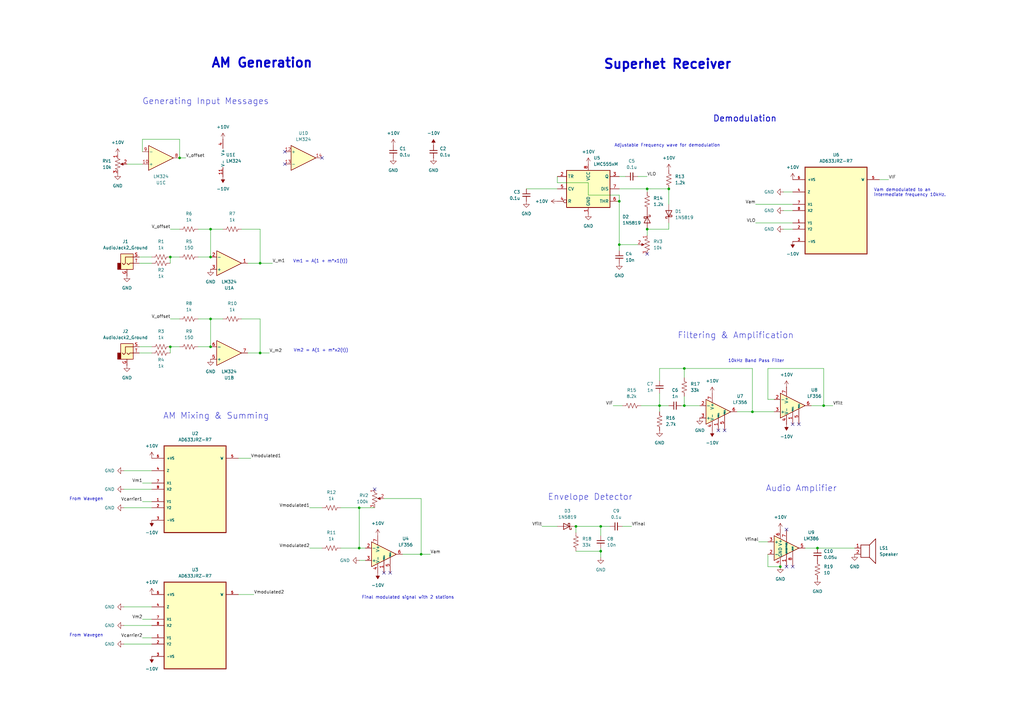
<source format=kicad_sch>
(kicad_sch (version 20250114) (generator "eeschema") (generator_version "9.0")
  (paper "A3")
  (lib_symbols
    (symbol "AD633JRZ-R7:AD633JRZ-R7" (pin_names (offset 1.016))
      (property "Reference" "U" (at -4.7332 16.948 0))
      (property "Value" "AD633JRZ-R7" (at -5.8263 -23.3814 0))
      (symbol "AD633JRZ-R7_0_0"
        (rectangle (start -12.7 -20.32) (end 12.7 15.24) (stroke (width 0.4064)) (fill (type background)))
        (pin power_in line (at -17.78 10.16 0) (length 5.08) (name "+VS") (number "6"))
        (pin passive line (at -17.78 5.08 0) (length 5.08) (name "Z") (number "4"))
        (pin passive line (at -17.78 0 0) (length 5.08) (name "X1") (number "7"))
        (pin passive line (at -17.78 -2.54 0) (length 5.08) (name "X2") (number "8"))
        (pin passive line (at -17.78 -7.62 0) (length 5.08) (name "Y1") (number "1"))
        (pin passive line (at -17.78 -10.16 0) (length 5.08) (name "Y2") (number "2"))
        (pin power_in line (at -17.78 -15.24 0) (length 5.08) (name "-VS") (number "3"))
        (pin passive line (at 17.78 10.16 180) (length 5.08) (name "W") (number "5"))
      )
    )
    (symbol "Amplifier_Audio:LM386" (pin_names (offset 0.127))
      (property "Reference" "U" (at 1.27 7.62 0))
      (property "Value" "LM386" (at 1.27 5.08 0))
      (symbol "LM386_0_1"
        (polyline (pts (xy 5.08 0) (xy -5.08 5.08) (xy -5.08 -5.08) (xy 5.08 0)) (stroke (width 0.254)) (fill (type background)))
      )
      (symbol "LM386_1_1"
        (pin input line (at -7.62 2.54 0) (length 2.54) (name "+") (number "3"))
        (pin input line (at -7.62 -2.54 0) (length 2.54) (name "-") (number "2"))
        (pin power_in line (at -2.54 7.62 270) (length 3.81) (name "V+") (number "6"))
        (pin power_in line (at -2.54 -7.62 90) (length 3.81) (name "GND") (number "4"))
        (pin input line (at 0 7.62 270) (length 5.08) (name "BYPASS") (number "7"))
        (pin input line (at 0 -7.62 90) (length 5.08) (name "GAIN") (number "1"))
        (pin input line (at 2.54 -7.62 90) (length 6.35) (name "GAIN") (number "8"))
        (pin output line (at 7.62 0 180) (length 2.54) (name "~") (number "5"))
      )
    )
    (symbol "Amplifier_Operational:LF356" (pin_names (offset 0.127))
      (property "Reference" "U4" (at 8.89 6.4202 0))
      (property "Value" "LF356" (at 8.89 3.8802 0))
      (symbol "LF356_0_1"
        (polyline (pts (xy -5.08 5.08) (xy 5.08 0) (xy -5.08 -5.08) (xy -5.08 5.08)) (stroke (width 0.254)) (fill (type background)))
      )
      (symbol "LF356_1_1"
        (pin input line (at -7.62 2.54 0) (length 2.54) (name "-") (number "2"))
        (pin input line (at -7.62 -2.54 0) (length 2.54) (name "+") (number "3"))
        (pin power_in line (at -2.54 7.62 270) (length 3.81) (name "V+") (number "7"))
        (pin power_in line (at -2.54 -7.62 90) (length 3.81) (name "V-") (number "4"))
        (pin no_connect line (at 0 2.54 270) (length 2.54) (hide yes) (name "NC") (number "8"))
        (pin input line (at 0 -7.62 90) (length 5.08) (name "NULL") (number "1"))
        (pin input line (at 2.54 -7.62 90) (length 6.35) (name "NULL") (number "5"))
        (pin output line (at 7.62 0 180) (length 2.54) (name "~") (number "6"))
      )
    )
    (symbol "Amplifier_Operational:LM324" (pin_names (offset 0.127))
      (property "Reference" "U" (at 0 5.08 0))
      (property "Value" "LM324" (at 0 -5.08 0))
      (symbol "LM324_1_1"
        (polyline (pts (xy -5.08 5.08) (xy 5.08 0) (xy -5.08 -5.08) (xy -5.08 5.08)) (stroke (width 0.254)) (fill (type background)))
        (pin input line (at -7.62 2.54 0) (length 2.54) (name "+") (number "3"))
        (pin input line (at -7.62 -2.54 0) (length 2.54) (name "-") (number "2"))
        (pin output line (at 7.62 0 180) (length 2.54) (name "~") (number "1"))
      )
      (symbol "LM324_2_1"
        (polyline (pts (xy -5.08 5.08) (xy 5.08 0) (xy -5.08 -5.08) (xy -5.08 5.08)) (stroke (width 0.254)) (fill (type background)))
        (pin input line (at -7.62 2.54 0) (length 2.54) (name "+") (number "5"))
        (pin input line (at -7.62 -2.54 0) (length 2.54) (name "-") (number "6"))
        (pin output line (at 7.62 0 180) (length 2.54) (name "~") (number "7"))
      )
      (symbol "LM324_3_1"
        (polyline (pts (xy -5.08 5.08) (xy 5.08 0) (xy -5.08 -5.08) (xy -5.08 5.08)) (stroke (width 0.254)) (fill (type background)))
        (pin input line (at -7.62 2.54 0) (length 2.54) (name "+") (number "10"))
        (pin input line (at -7.62 -2.54 0) (length 2.54) (name "-") (number "9"))
        (pin output line (at 7.62 0 180) (length 2.54) (name "~") (number "8"))
      )
      (symbol "LM324_4_1"
        (polyline (pts (xy -5.08 5.08) (xy 5.08 0) (xy -5.08 -5.08) (xy -5.08 5.08)) (stroke (width 0.254)) (fill (type background)))
        (pin input line (at -7.62 2.54 0) (length 2.54) (name "+") (number "12"))
        (pin input line (at -7.62 -2.54 0) (length 2.54) (name "-") (number "13"))
        (pin output line (at 7.62 0 180) (length 2.54) (name "~") (number "14"))
      )
      (symbol "LM324_5_1"
        (pin power_in line (at -2.54 7.62 270) (length 3.81) (name "V+") (number "4"))
        (pin power_in line (at -2.54 -7.62 90) (length 3.81) (name "V-") (number "11"))
      )
    )
    (symbol "Connector_Audio:AudioJack2_Ground"
      (property "Reference" "J" (at 0 8.89 0))
      (property "Value" "AudioJack2_Ground" (at 0 6.35 0))
      (symbol "AudioJack2_Ground_0_1"
        (rectangle (start -2.54 -2.54) (end -3.81 0) (stroke (width 0.254)) (fill (type outline)))
        (polyline (pts (xy 0 0) (xy 0.635 -0.635) (xy 1.27 0) (xy 2.54 0)) (stroke (width 0.254)))
        (rectangle (start 2.54 3.81) (end -2.54 -2.54) (stroke (width 0.254)) (fill (type background)))
        (polyline (pts (xy 2.54 2.54) (xy -0.635 2.54) (xy -0.635 0) (xy -1.27 -0.635) (xy -1.905 0)) (stroke (width 0.254)))
      )
      (symbol "AudioJack2_Ground_1_1"
        (pin passive line (at 0 -5.08 90) (length 2.54) (name "~") (number "G"))
        (pin passive line (at 5.08 2.54 180) (length 2.54) (name "~") (number "S"))
        (pin passive line (at 5.08 0 180) (length 2.54) (name "~") (number "T"))
      )
    )
    (symbol "Device:C_Small" (pin_numbers (hide yes)) (pin_names (offset 0.254) (hide yes))
      (property "Reference" "C" (at 0.254 1.778 0))
      (property "Value" "C_Small" (at 0.254 -2.032 0))
      (symbol "C_Small_0_1"
        (polyline (pts (xy -1.524 0.508) (xy 1.524 0.508)) (stroke (width 0.3048)))
        (polyline (pts (xy -1.524 -0.508) (xy 1.524 -0.508)) (stroke (width 0.3302)))
      )
      (symbol "C_Small_1_1"
        (pin passive line (at 0 2.54 270) (length 2.032) (name "~") (number "1"))
        (pin passive line (at 0 -2.54 90) (length 2.032) (name "~") (number "2"))
      )
    )
    (symbol "Device:R_Potentiometer_US" (pin_names (offset 1.016) (hide yes))
      (property "Reference" "RV" (at -4.445 0 90))
      (property "Value" "R_Potentiometer_US" (at -2.54 0 90))
      (symbol "R_Potentiometer_US_0_1"
        (polyline (pts (xy 0 2.54) (xy 0 2.286)))
        (polyline (pts (xy 0 2.286) (xy 1.016 1.905) (xy 0 1.524) (xy -1.016 1.143) (xy 0 0.762)))
        (polyline (pts (xy 0 0.762) (xy 1.016 0.381) (xy 0 0) (xy -1.016 -0.381) (xy 0 -0.762)))
        (polyline (pts (xy 0 -0.762) (xy 1.016 -1.143) (xy 0 -1.524) (xy -1.016 -1.905) (xy 0 -2.286)))
        (polyline (pts (xy 0 -2.286) (xy 0 -2.54)))
        (polyline (pts (xy 1.143 0) (xy 2.286 0.508) (xy 2.286 -0.508) (xy 1.143 0)) (fill (type outline)))
        (polyline (pts (xy 2.54 0) (xy 1.524 0)))
      )
      (symbol "R_Potentiometer_US_1_1"
        (pin passive line (at 0 3.81 270) (length 1.27) (name "1") (number "1"))
        (pin passive line (at 0 -3.81 90) (length 1.27) (name "3") (number "3"))
        (pin passive line (at 3.81 0 180) (length 1.27) (name "2") (number "2"))
      )
    )
    (symbol "Device:R_US" (pin_numbers (hide yes)) (pin_names (offset 0))
      (property "Reference" "R" (at 2.54 0 90))
      (property "Value" "R_US" (at -2.54 0 90))
      (symbol "R_US_0_1"
        (polyline (pts (xy 0 2.286) (xy 0 2.54)))
        (polyline (pts (xy 0 2.286) (xy 1.016 1.905) (xy 0 1.524) (xy -1.016 1.143) (xy 0 0.762)))
        (polyline (pts (xy 0 0.762) (xy 1.016 0.381) (xy 0 0) (xy -1.016 -0.381) (xy 0 -0.762)))
        (polyline (pts (xy 0 -0.762) (xy 1.016 -1.143) (xy 0 -1.524) (xy -1.016 -1.905) (xy 0 -2.286)))
        (polyline (pts (xy 0 -2.286) (xy 0 -2.54)))
      )
      (symbol "R_US_1_1"
        (pin passive line (at 0 3.81 270) (length 1.27) (name "~") (number "1"))
        (pin passive line (at 0 -3.81 90) (length 1.27) (name "~") (number "2"))
      )
    )
    (symbol "Device:Speaker" (pin_names (offset 0) (hide yes))
      (property "Reference" "LS" (at 1.27 5.715 0))
      (property "Value" "Speaker" (at 1.27 3.81 0))
      (symbol "Speaker_0_0"
        (rectangle (start -2.54 1.27) (end 1.016 -3.81) (stroke (width 0.254)))
        (polyline (pts (xy 1.016 1.27) (xy 3.556 3.81) (xy 3.556 -6.35) (xy 1.016 -3.81)) (stroke (width 0.254)))
      )
      (symbol "Speaker_1_1"
        (pin input line (at -5.08 0 0) (length 2.54) (name "1") (number "1"))
        (pin input line (at -5.08 -2.54 0) (length 2.54) (name "2") (number "2"))
      )
    )
    (symbol "Diode:1N5819" (pin_numbers (hide yes)) (pin_names (offset 1.016) (hide yes))
      (property "Reference" "D" (at 0 2.54 0))
      (property "Value" "1N5819" (at 0 -2.54 0))
      (symbol "1N5819_0_1"
        (polyline (pts (xy -1.905 0.635) (xy -1.905 1.27) (xy -1.27 1.27) (xy -1.27 -1.27) (xy -0.635 -1.27) (xy -0.635 -0.635)) (stroke (width 0.254)))
        (polyline (pts (xy 1.27 1.27) (xy 1.27 -1.27) (xy -1.27 0) (xy 1.27 1.27)) (stroke (width 0.254)))
        (polyline (pts (xy 1.27 0) (xy -1.27 0)))
      )
      (symbol "1N5819_1_1"
        (pin passive line (at -3.81 0 0) (length 2.54) (name "K") (number "1"))
        (pin passive line (at 3.81 0 180) (length 2.54) (name "A") (number "2"))
      )
    )
    (symbol "Timer:LMC555xM"
      (property "Reference" "U" (at -10.16 8.89 0))
      (property "Value" "LMC555xM" (at 2.54 8.89 0))
      (symbol "LMC555xM_0_0"
        (pin power_in line (at 0 10.16 270) (length 2.54) (name "VCC") (number "8"))
        (pin power_in line (at 0 -10.16 90) (length 2.54) (name "GND") (number "1"))
      )
      (symbol "LMC555xM_0_1"
        (rectangle (start -8.89 -7.62) (end 8.89 7.62) (stroke (width 0.254)) (fill (type background)))
        (rectangle (start -8.89 -7.62) (end 8.89 7.62) (stroke (width 0.254)) (fill (type background)))
      )
      (symbol "LMC555xM_1_1"
        (pin input line (at -12.7 5.08 0) (length 3.81) (name "TR") (number "2"))
        (pin input line (at -12.7 0 0) (length 3.81) (name "CV") (number "5"))
        (pin input inverted (at -12.7 -5.08 0) (length 3.81) (name "R") (number "4"))
        (pin output line (at 12.7 5.08 180) (length 3.81) (name "Q") (number "3"))
        (pin input line (at 12.7 0 180) (length 3.81) (name "DIS") (number "7"))
        (pin input line (at 12.7 -5.08 180) (length 3.81) (name "THR") (number "6"))
      )
    )
    (symbol "power:+10V" (power) (pin_numbers (hide yes)) (pin_names (offset 0) (hide yes))
      (property "Value" "+10V" (at 0 3.556 0))
      (symbol "+10V_0_1"
        (polyline (pts (xy -0.762 1.27) (xy 0 2.54)))
        (polyline (pts (xy 0 2.54) (xy 0.762 1.27)))
        (polyline (pts (xy 0 0) (xy 0 2.54)))
      )
      (symbol "+10V_1_1"
        (pin power_in line (at 0 0 90) (length 0) (name "~") (number "1"))
      )
    )
    (symbol "power:-10V" (power) (pin_numbers (hide yes)) (pin_names (offset 0) (hide yes))
      (property "Value" "-10V" (at 0 3.556 0))
      (symbol "-10V_0_0"
        (pin power_in line (at 0 0 90) (length 0) (name "~") (number "1"))
      )
      (symbol "-10V_0_1"
        (polyline (pts (xy 0 0) (xy 0 1.27) (xy 0.762 1.27) (xy 0 2.54) (xy -0.762 1.27) (xy 0 1.27)) (fill (type outline)))
      )
    )
    (symbol "power:GND" (power) (pin_numbers (hide yes)) (pin_names (offset 0) (hide yes))
      (property "Value" "GND" (at 0 -3.81 0))
      (symbol "GND_0_1"
        (polyline (pts (xy 0 0) (xy 0 -1.27) (xy 1.27 -1.27) (xy 0 -2.54) (xy -1.27 -1.27) (xy 0 -1.27)))
      )
      (symbol "GND_1_1"
        (pin power_in line (at 0 0 270) (length 0) (name "~") (number "1"))
      )
    )
  )
  (text "Vm2 = A(1 + m*x2(t))" (at 120.396 143.764 0) (effects (font (size 1.27 1.27)) (justify left)))
  (text "Adjustable Frequency wave for demodulation" (at 251.968 59.69 0) (effects (font (size 1.27 1.27)) (justify left)))
  (text "Generating Input Messages" (at 84.328 41.656 0) (effects (font (size 2.54 2.54))))
  (text "Filtering & Amplification" (at 277.876 137.668 0) (effects (font (size 2.54 2.54)) (justify left)))
  (text "From Wavegen" (at 28.448 204.724 0) (effects (font (size 1.27 1.27)) (justify left)))
  (text "From Wavegen" (at 28.448 260.604 0) (effects (font (size 1.27 1.27)) (justify left)))
  (text "Audio Amplifier" (at 328.676 200.406 0) (effects (font (size 2.54 2.54))))
  (text "Superhet Receiver" (at 273.812 26.416 0) (effects (font (size 3.81 3.81) (thickness 0.762) (bold yes))))
  (text "AM Mixing & Summing" (at 88.646 170.688 0) (effects (font (size 2.54 2.54))))
  (text "Vm1 = A(1 + m*x1(t))" (at 120.142 107.188 0) (effects (font (size 1.27 1.27)) (justify left)))
  (text "Final modulated signal with 2 stations" (at 148.336 245.11 0) (effects (font (size 1.27 1.27)) (justify left)))
  (text "AM Generation" (at 107.442 25.908 0) (effects (font (size 3.81 3.81) (thickness 0.762) (bold yes))))
  (text "Demodulation" (at 292.354 48.768 0) (effects (font (size 2.54 2.54) (thickness 0.3175)) (justify left)))
  (text "Envelope Detector" (at 242.062 203.962 0) (effects (font (size 2.54 2.54))))
  (text "10kHz Band Pass Filter" (at 310.134 148.082 0) (effects (font (size 1.27 1.27))))
  (text "Vam demodulated to an \nintermediate frequency 10kHz." (at 358.394 78.994 0) (effects (font (size 1.27 1.27)) (justify left)))
  (junction (at 265.43 93.98))
  (junction (at 335.28 224.79))
  (junction (at 86.36 130.81))
  (junction (at 106.68 107.95))
  (junction (at 86.36 93.98))
  (junction (at 280.67 151.13))
  (junction (at 147.32 208.28))
  (junction (at 69.85 105.41))
  (junction (at 86.36 142.24))
  (junction (at 86.36 105.41))
  (junction (at 320.04 232.41))
  (junction (at 172.72 227.33))
  (junction (at 246.38 226.06))
  (junction (at 69.85 142.24))
  (junction (at 236.22 215.9))
  (junction (at 337.82 166.37))
  (junction (at 274.32 77.47))
  (junction (at 246.38 215.9))
  (junction (at 73.66 64.77))
  (junction (at 106.68 144.78))
  (junction (at 280.67 166.37))
  (junction (at 147.32 224.79))
  (junction (at 254 82.55))
  (junction (at 308.61 168.91))
  (junction (at 270.51 166.37))
  (junction (at 254 100.33))
  (junction (at 265.43 77.47))
  (no_connect (at 297.18 176.53))
  (no_connect (at 116.84 67.31))
  (no_connect (at 325.12 232.41))
  (no_connect (at 265.43 104.14))
  (no_connect (at 153.67 200.66))
  (no_connect (at 294.64 176.53))
  (no_connect (at 132.08 64.77))
  (no_connect (at 116.84 62.23))
  (no_connect (at 322.58 232.41))
  (no_connect (at 160.02 234.95))
  (no_connect (at 327.66 173.99))
  (no_connect (at 325.12 173.99))
  (no_connect (at 157.48 234.95))
  (no_connect (at 322.58 217.17))
  (wire (pts (xy 106.68 107.95) (xy 111.76 107.95)))
  (wire (pts (xy 280.67 166.37) (xy 287.02 166.37)))
  (wire (pts (xy 102.87 187.96) (xy 97.79 187.96)))
  (wire (pts (xy 73.66 64.77) (xy 76.2 64.77)))
  (wire (pts (xy 251.46 166.37) (xy 255.27 166.37)))
  (wire (pts (xy 86.36 93.98) (xy 86.36 105.41)))
  (wire (pts (xy 265.43 93.98) (xy 265.43 96.52)))
  (wire (pts (xy 317.5 163.83) (xy 314.96 163.83)))
  (wire (pts (xy 81.28 130.81) (xy 86.36 130.81)))
  (wire (pts (xy 337.82 166.37) (xy 341.63 166.37)))
  (wire (pts (xy 147.32 224.79) (xy 149.86 224.79)))
  (wire (pts (xy 261.62 72.39) (xy 265.43 72.39)))
  (wire (pts (xy 360.68 73.66) (xy 364.49 73.66)))
  (wire (pts (xy 86.36 130.81) (xy 86.36 142.24)))
  (wire (pts (xy 254 100.33) (xy 261.62 100.33)))
  (wire (pts (xy 106.68 144.78) (xy 101.6 144.78)))
  (wire (pts (xy 215.9 77.47) (xy 228.6 77.47)))
  (wire (pts (xy 58.42 62.23) (xy 58.42 57.15)))
  (wire (pts (xy 270.51 166.37) (xy 274.32 166.37)))
  (wire (pts (xy 58.42 205.74) (xy 62.23 205.74)))
  (wire (pts (xy 279.4 166.37) (xy 280.67 166.37)))
  (wire (pts (xy 50.8 248.92) (xy 62.23 248.92)))
  (wire (pts (xy 255.27 215.9) (xy 259.08 215.9)))
  (wire (pts (xy 58.42 57.15) (xy 73.66 57.15)))
  (wire (pts (xy 58.42 254) (xy 62.23 254)))
  (wire (pts (xy 314.96 163.83) (xy 314.96 151.13)))
  (wire (pts (xy 241.3 80.01) (xy 254 80.01)))
  (wire (pts (xy 330.2 224.79) (xy 335.28 224.79)))
  (wire (pts (xy 254 80.01) (xy 254 82.55)))
  (wire (pts (xy 228.6 74.93) (xy 241.3 74.93)))
  (wire (pts (xy 246.38 219.71) (xy 246.38 215.9)))
  (wire (pts (xy 314.96 151.13) (xy 337.82 151.13)))
  (wire (pts (xy 172.72 204.47) (xy 172.72 227.33)))
  (wire (pts (xy 50.8 193.04) (xy 62.23 193.04)))
  (wire (pts (xy 246.38 224.79) (xy 246.38 226.06)))
  (wire (pts (xy 274.32 93.98) (xy 265.43 93.98)))
  (wire (pts (xy 280.67 162.56) (xy 280.67 166.37)))
  (wire (pts (xy 157.48 204.47) (xy 172.72 204.47)))
  (wire (pts (xy 99.06 93.98) (xy 106.68 93.98)))
  (wire (pts (xy 139.7 224.79) (xy 147.32 224.79)))
  (wire (pts (xy 86.36 130.81) (xy 91.44 130.81)))
  (wire (pts (xy 321.31 78.74) (xy 325.12 78.74)))
  (wire (pts (xy 314.96 227.33) (xy 314.96 232.41)))
  (wire (pts (xy 314.96 232.41) (xy 320.04 232.41)))
  (wire (pts (xy 311.15 222.25) (xy 314.96 222.25)))
  (wire (pts (xy 57.15 105.41) (xy 62.23 105.41)))
  (wire (pts (xy 50.8 200.66) (xy 62.23 200.66)))
  (wire (pts (xy 335.28 224.79) (xy 350.52 224.79)))
  (wire (pts (xy 57.15 142.24) (xy 62.23 142.24)))
  (wire (pts (xy 104.14 243.84) (xy 97.79 243.84)))
  (wire (pts (xy 308.61 151.13) (xy 308.61 168.91)))
  (wire (pts (xy 127 224.79) (xy 132.08 224.79)))
  (wire (pts (xy 153.67 208.28) (xy 147.32 208.28)))
  (wire (pts (xy 270.51 161.29) (xy 270.51 166.37)))
  (wire (pts (xy 69.85 105.41) (xy 69.85 107.95)))
  (wire (pts (xy 81.28 105.41) (xy 86.36 105.41)))
  (wire (pts (xy 236.22 215.9) (xy 246.38 215.9)))
  (wire (pts (xy 172.72 227.33) (xy 176.53 227.33)))
  (wire (pts (xy 265.43 78.74) (xy 265.43 77.47)))
  (wire (pts (xy 52.07 67.31) (xy 58.42 67.31)))
  (wire (pts (xy 147.32 229.87) (xy 149.86 229.87)))
  (wire (pts (xy 308.61 168.91) (xy 317.5 168.91)))
  (wire (pts (xy 254 82.55) (xy 254 100.33)))
  (wire (pts (xy 50.8 256.54) (xy 62.23 256.54)))
  (wire (pts (xy 256.54 72.39) (xy 254 72.39)))
  (wire (pts (xy 50.8 208.28) (xy 62.23 208.28)))
  (wire (pts (xy 81.28 93.98) (xy 86.36 93.98)))
  (wire (pts (xy 321.31 93.98) (xy 325.12 93.98)))
  (wire (pts (xy 147.32 208.28) (xy 147.32 224.79)))
  (wire (pts (xy 309.88 91.44) (xy 325.12 91.44)))
  (wire (pts (xy 254 77.47) (xy 265.43 77.47)))
  (wire (pts (xy 106.68 93.98) (xy 106.68 107.95)))
  (wire (pts (xy 99.06 130.81) (xy 106.68 130.81)))
  (wire (pts (xy 236.22 226.06) (xy 246.38 226.06)))
  (wire (pts (xy 106.68 144.78) (xy 110.49 144.78)))
  (wire (pts (xy 302.26 168.91) (xy 308.61 168.91)))
  (wire (pts (xy 69.85 93.98) (xy 73.66 93.98)))
  (wire (pts (xy 222.25 215.9) (xy 228.6 215.9)))
  (wire (pts (xy 58.42 261.62) (xy 62.23 261.62)))
  (wire (pts (xy 246.38 226.06) (xy 246.38 228.6)))
  (wire (pts (xy 254 100.33) (xy 254 102.87)))
  (wire (pts (xy 106.68 130.81) (xy 106.68 144.78)))
  (wire (pts (xy 73.66 142.24) (xy 69.85 142.24)))
  (wire (pts (xy 73.66 105.41) (xy 69.85 105.41)))
  (wire (pts (xy 270.51 151.13) (xy 280.67 151.13)))
  (wire (pts (xy 228.6 72.39) (xy 228.6 74.93)))
  (wire (pts (xy 274.32 83.82) (xy 274.32 77.47)))
  (wire (pts (xy 50.8 264.16) (xy 62.23 264.16)))
  (wire (pts (xy 337.82 151.13) (xy 337.82 166.37)))
  (wire (pts (xy 265.43 77.47) (xy 274.32 77.47)))
  (wire (pts (xy 139.7 208.28) (xy 147.32 208.28)))
  (wire (pts (xy 127 208.28) (xy 132.08 208.28)))
  (wire (pts (xy 69.85 130.81) (xy 73.66 130.81)))
  (wire (pts (xy 309.88 83.82) (xy 325.12 83.82)))
  (wire (pts (xy 270.51 156.21) (xy 270.51 151.13)))
  (wire (pts (xy 69.85 142.24) (xy 69.85 144.78)))
  (wire (pts (xy 236.22 218.44) (xy 236.22 215.9)))
  (wire (pts (xy 106.68 107.95) (xy 101.6 107.95)))
  (wire (pts (xy 62.23 144.78) (xy 57.15 144.78)))
  (wire (pts (xy 86.36 93.98) (xy 91.44 93.98)))
  (wire (pts (xy 62.23 107.95) (xy 57.15 107.95)))
  (wire (pts (xy 262.89 166.37) (xy 270.51 166.37)))
  (wire (pts (xy 73.66 57.15) (xy 73.66 64.77)))
  (wire (pts (xy 241.3 74.93) (xy 241.3 80.01)))
  (wire (pts (xy 321.31 86.36) (xy 325.12 86.36)))
  (wire (pts (xy 270.51 166.37) (xy 270.51 168.91)))
  (wire (pts (xy 274.32 91.44) (xy 274.32 93.98)))
  (wire (pts (xy 280.67 151.13) (xy 280.67 154.94)))
  (wire (pts (xy 246.38 215.9) (xy 250.19 215.9)))
  (wire (pts (xy 332.74 166.37) (xy 337.82 166.37)))
  (wire (pts (xy 280.67 151.13) (xy 308.61 151.13)))
  (wire (pts (xy 81.28 142.24) (xy 86.36 142.24)))
  (wire (pts (xy 58.42 198.12) (xy 62.23 198.12)))
  (wire (pts (xy 165.1 227.33) (xy 172.72 227.33)))
  (label "Vfinal" (at 311.15 222.25 180))
  (label "Vm1" (at 58.42 198.12 180))
  (label "V_m1" (at 111.76 107.95 0))
  (label "Vfinal" (at 259.08 215.9 0))
  (label "Vmodulated1" (at 127 208.28 180))
  (label "V_m2" (at 110.49 144.78 0))
  (label "Vcarrier1" (at 58.42 205.74 180))
  (label "Vm2" (at 58.42 254 180))
  (label "VLO" (at 309.88 91.44 180))
  (label "Vmodulated1" (at 102.87 187.96 0))
  (label "Vam" (at 309.88 83.82 180))
  (label "VIF" (at 251.46 166.37 180))
  (label "VLO" (at 265.43 72.39 0))
  (label "Vfilt" (at 222.25 215.9 180))
  (label "V_offset" (at 69.85 130.81 180))
  (label "Vam" (at 176.53 227.33 0))
  (label "Vcarrier2" (at 58.42 261.62 180))
  (label "Vmodulated2" (at 104.14 243.84 0))
  (label "VIF" (at 364.49 73.66 0))
  (label "V_offset" (at 76.2 64.77 0))
  (label "Vmodulated2" (at 127 224.79 180))
  (label "V_offset" (at 69.85 93.98 180))
  (label "Vfilt" (at 341.63 166.37 0))
  (symbol (lib_id "Amplifier_Operational:LM324") (at 66.04 64.77 0) (mirror x) (unit 3)
    (property "Reference" "U1" (at 66.04 74.93 0))
    (property "Value" "LM324" (at 66.04 72.39 0))
    (property "Datasheet" "http://www.ti.com/lit/ds/symlink/lm2902-n.pdf" (effects (hide yes)))
    (property "Description" "Low-Power, Quad-Operational Amplifiers, DIP-14/SOIC-14/SSOP-14" (effects (hide yes)))
  )
  (symbol (lib_id "power:GND") (at 215.9 82.55 0) (unit 1)
    (property "Reference" "#PWR029" (effects (hide yes)))
    (property "Value" "GND" (at 215.9 87.63 0))
    (property "Description" "Power symbol creates a global label with name \"GND\" , ground" (effects (hide yes)))
  )
  (symbol (lib_id "power:+10V") (at 292.1 161.29 0) (unit 1)
    (property "Reference" "#PWR037" (effects (hide yes)))
    (property "Value" "+10V" (at 292.1 156.21 0))
    (property "Description" "Power symbol creates a global label with name \"+10V\"" (effects (hide yes)))
  )
  (symbol (lib_id "power:-10V") (at 154.94 234.95 180) (unit 1)
    (property "Reference" "#PWR019" (effects (hide yes)))
    (property "Value" "-10V" (at 154.94 240.03 0))
    (property "Description" "Power symbol creates a global label with name \"-10V\"" (effects (hide yes)))
  )
  (symbol (lib_id "power:GND") (at 52.07 149.86 0) (unit 1)
    (property "Reference" "#PWR07" (effects (hide yes)))
    (property "Value" "GND" (at 52.07 154.94 0))
    (property "Description" "Power symbol creates a global label with name \"GND\" , ground" (effects (hide yes)))
  )
  (symbol (lib_id "power:-10V") (at 62.23 269.24 180) (unit 1)
    (property "Reference" "#PWR014" (effects (hide yes)))
    (property "Value" "-10V" (at 62.23 274.32 0))
    (property "Description" "Power symbol creates a global label with name \"-10V\"" (effects (hide yes)))
  )
  (symbol (lib_id "Amplifier_Operational:LF356") (at 294.64 168.91 0) (unit 1)
    (property "Reference" "U7" (at 303.53 162.4898 0))
    (property "Value" "LF356" (at 303.53 165.0298 0))
    (property "Datasheet" "http://www.ti.com/lit/ds/symlink/lf357.pdf" (effects (hide yes)))
    (property "Description" "Single JFET Input Operational Amplifiers, DIP-8/SOIC-8" (effects (hide yes)))
  )
  (symbol (lib_id "Diode:1N5819") (at 232.41 215.9 180) (unit 1)
    (property "Reference" "D3" (at 232.7275 209.55 0))
    (property "Value" "1N5819" (at 232.7275 212.09 0))
    (property "Footprint" "Diode_THT:D_DO-41_SOD81_P10.16mm_Horizontal" (effects (hide yes)))
    (property "Datasheet" "http://www.vishay.com/docs/88525/1n5817.pdf" (effects (hide yes)))
    (property "Description" "40V 1A Schottky Barrier Rectifier Diode, DO-41" (effects (hide yes)))
  )
  (symbol (lib_id "Device:R_US") (at 66.04 142.24 90) (unit 1)
    (property "Reference" "R3" (at 66.04 135.89 90))
    (property "Value" "1k" (at 66.04 138.43 90))
    (property "Description" "Resistor, US symbol" (effects (hide yes)))
  )
  (symbol (lib_id "Device:R_US") (at 66.04 144.78 90) (unit 1)
    (property "Reference" "R4" (at 66.04 147.574 90))
    (property "Value" "1k" (at 66.04 150.114 90))
    (property "Description" "Resistor, US symbol" (effects (hide yes)))
  )
  (symbol (lib_id "power:GND") (at 177.8 64.77 0) (unit 1)
    (property "Reference" "#PWR028" (effects (hide yes)))
    (property "Value" "GND" (at 177.8 69.85 0))
    (property "Description" "Power symbol creates a global label with name \"GND\" , ground" (effects (hide yes)))
  )
  (symbol (lib_id "Device:R_US") (at 270.51 172.72 0) (unit 1)
    (property "Reference" "R16" (at 273.05 171.4499 0) (effects (justify left)))
    (property "Value" "2.7k" (at 273.05 173.9899 0) (effects (justify left)))
    (property "Description" "Resistor, US symbol" (effects (hide yes)))
  )
  (symbol (lib_id "Amplifier_Operational:LM324") (at 93.98 107.95 0) (mirror x) (unit 1)
    (property "Reference" "U1" (at 93.98 118.11 0))
    (property "Value" "LM324" (at 93.98 115.57 0))
    (property "Datasheet" "http://www.ti.com/lit/ds/symlink/lm2902-n.pdf" (effects (hide yes)))
    (property "Description" "Low-Power, Quad-Operational Amplifiers, DIP-14/SOIC-14/SSOP-14" (effects (hide yes)))
  )
  (symbol (lib_id "power:GND") (at 321.31 93.98 270) (unit 1)
    (property "Reference" "#PWR034" (effects (hide yes)))
    (property "Value" "GND" (at 317.5 93.9799 90) (effects (justify right)))
    (property "Description" "Power symbol creates a global label with name \"GND\" , ground" (effects (hide yes)))
  )
  (symbol (lib_id "power:+10V") (at 48.26 63.5 0) (unit 1)
    (property "Reference" "#PWR03" (effects (hide yes)))
    (property "Value" "+10V" (at 48.26 58.42 0))
    (property "Description" "Power symbol creates a global label with name \"+10V\"" (effects (hide yes)))
  )
  (symbol (lib_id "Device:R_Potentiometer_US") (at 265.43 100.33 0) (mirror y) (unit 1)
    (property "Reference" "RV3" (at 267.97 99.0599 0) (effects (justify right)))
    (property "Value" "10k" (at 267.97 101.5999 0) (effects (justify right)))
    (property "Description" "Potentiometer, US symbol" (effects (hide yes)))
  )
  (symbol (lib_id "power:GND") (at 241.3 87.63 0) (unit 1)
    (property "Reference" "#PWR023" (effects (hide yes)))
    (property "Value" "GND" (at 241.3 92.71 0))
    (property "Description" "Power symbol creates a global label with name \"GND\" , ground" (effects (hide yes)))
  )
  (symbol (lib_id "Device:R_US") (at 265.43 82.55 0) (unit 1)
    (property "Reference" "R14" (at 267.97 81.2799 0) (effects (justify left)))
    (property "Value" "1.2k" (at 267.97 83.8199 0) (effects (justify left)))
    (property "Description" "Resistor, US symbol" (effects (hide yes)))
  )
  (symbol (lib_id "Device:R_US") (at 66.04 105.41 90) (unit 1)
    (property "Reference" "R1" (at 66.04 99.06 90))
    (property "Value" "1k" (at 66.04 101.6 90))
    (property "Description" "Resistor, US symbol" (effects (hide yes)))
  )
  (symbol (lib_id "Amplifier_Operational:LF356") (at 157.48 227.33 0) (unit 1)
    (property "Reference" "U4" (at 166.37 220.9098 0))
    (property "Value" "LF356" (at 166.37 223.4498 0))
    (property "Datasheet" "http://www.ti.com/lit/ds/symlink/lf357.pdf" (effects (hide yes)))
    (property "Description" "Single JFET Input Operational Amplifiers, DIP-8/SOIC-8" (effects (hide yes)))
  )
  (symbol (lib_id "Device:R_US") (at 335.28 233.68 0) (unit 1)
    (property "Reference" "R19" (at 337.82 232.4099 0) (effects (justify left)))
    (property "Value" "10" (at 337.82 234.9499 0) (effects (justify left)))
    (property "Description" "Resistor, US symbol" (effects (hide yes)))
  )
  (symbol (lib_id "Device:C_Small") (at 335.28 227.33 0) (unit 1)
    (property "Reference" "C10" (at 337.82 226.0662 0) (effects (justify left)))
    (property "Value" "0.05u" (at 337.82 228.6062 0) (effects (justify left)))
    (property "Description" "Unpolarized capacitor, small symbol" (effects (hide yes)))
  )
  (symbol (lib_id "power:GND") (at 270.51 176.53 0) (unit 1)
    (property "Reference" "#PWR040" (effects (hide yes)))
    (property "Value" "GND" (at 270.51 181.61 0))
    (property "Description" "Power symbol creates a global label with name \"GND\" , ground" (effects (hide yes)))
  )
  (symbol (lib_id "power:GND") (at 50.8 256.54 270) (unit 1)
    (property "Reference" "#PWR015" (effects (hide yes)))
    (property "Value" "GND" (at 46.99 256.5399 90) (effects (justify right)))
    (property "Description" "Power symbol creates a global label with name \"GND\" , ground" (effects (hide yes)))
  )
  (symbol (lib_id "power:GND") (at 287.02 171.45 0) (unit 1)
    (property "Reference" "#PWR039" (effects (hide yes)))
    (property "Value" "GND" (at 287.02 176.53 0))
    (property "Description" "Power symbol creates a global label with name \"GND\" , ground" (effects (hide yes)))
  )
  (symbol (lib_id "Connector_Audio:AudioJack2_Ground") (at 52.07 107.95 0) (unit 1)
    (property "Reference" "J1" (at 51.435 99.06 0))
    (property "Value" "AudioJack2_Ground" (at 51.435 101.6 0))
    (property "Description" "Audio Jack, 2 Poles (Mono / TS), Grounded Sleeve" (effects (hide yes)))
  )
  (symbol (lib_id "power:GND") (at 246.38 228.6 0) (unit 1)
    (property "Reference" "#PWR043" (effects (hide yes)))
    (property "Value" "GND" (at 246.38 233.68 0))
    (property "Description" "Power symbol creates a global label with name \"GND\" , ground" (effects (hide yes)))
  )
  (symbol (lib_id "Device:C_Small") (at 215.9 80.01 0) (unit 1)
    (property "Reference" "C3" (at 213.36 78.7462 0) (effects (justify right)))
    (property "Value" "0.1u" (at 213.36 81.2862 0) (effects (justify right)))
    (property "Description" "Unpolarized capacitor, small symbol" (effects (hide yes)))
  )
  (symbol (lib_id "Device:R_US") (at 259.08 166.37 90) (unit 1)
    (property "Reference" "R15" (at 259.08 160.02 90))
    (property "Value" "8.2k" (at 259.08 162.56 90))
    (property "Description" "Resistor, US symbol" (effects (hide yes)))
  )
  (symbol (lib_id "power:GND") (at 50.8 264.16 270) (unit 1)
    (property "Reference" "#PWR016" (effects (hide yes)))
    (property "Value" "GND" (at 46.99 264.1599 90) (effects (justify right)))
    (property "Description" "Power symbol creates a global label with name \"GND\" , ground" (effects (hide yes)))
  )
  (symbol (lib_id "Device:R_US") (at 95.25 130.81 90) (unit 1)
    (property "Reference" "R10" (at 95.25 124.46 90))
    (property "Value" "1k" (at 95.25 127 90))
    (property "Description" "Resistor, US symbol" (effects (hide yes)))
  )
  (symbol (lib_id "power:+10V") (at 322.58 158.75 0) (unit 1)
    (property "Reference" "#PWR041" (effects (hide yes)))
    (property "Value" "+10V" (at 322.58 153.67 0))
    (property "Description" "Power symbol creates a global label with name \"+10V\"" (effects (hide yes)))
  )
  (symbol (lib_id "Connector_Audio:AudioJack2_Ground") (at 52.07 144.78 0) (unit 1)
    (property "Reference" "J2" (at 51.435 135.89 0))
    (property "Value" "AudioJack2_Ground" (at 51.435 138.43 0))
    (property "Description" "Audio Jack, 2 Poles (Mono / TS), Grounded Sleeve" (effects (hide yes)))
  )
  (symbol (lib_id "Device:C_Small") (at 177.8 62.23 0) (unit 1)
    (property "Reference" "C2" (at 180.34 60.9662 0) (effects (justify left)))
    (property "Value" "0.1u" (at 180.34 63.5062 0) (effects (justify left)))
    (property "Description" "Unpolarized capacitor, small symbol" (effects (hide yes)))
  )
  (symbol (lib_id "Device:C_Small") (at 161.29 62.23 0) (unit 1)
    (property "Reference" "C1" (at 163.83 60.9662 0) (effects (justify left)))
    (property "Value" "0.1u" (at 163.83 63.5062 0) (effects (justify left)))
    (property "Description" "Unpolarized capacitor, small symbol" (effects (hide yes)))
  )
  (symbol (lib_id "Device:C_Small") (at 259.08 72.39 90) (unit 1)
    (property "Reference" "C5" (at 259.0863 66.04 90))
    (property "Value" "0.1u" (at 259.0863 68.58 90))
    (property "Description" "Unpolarized capacitor, small symbol" (effects (hide yes)))
  )
  (symbol (lib_id "power:GND") (at 147.32 229.87 270) (unit 1)
    (property "Reference" "#PWR021" (effects (hide yes)))
    (property "Value" "GND" (at 143.51 229.8699 90) (effects (justify right)))
    (property "Description" "Power symbol creates a global label with name \"GND\" , ground" (effects (hide yes)))
  )
  (symbol (lib_id "Device:R_Potentiometer_US") (at 48.26 67.31 0) (unit 1)
    (property "Reference" "RV1" (at 45.72 66.0399 0) (effects (justify right)))
    (property "Value" "10k" (at 45.72 68.5799 0) (effects (justify right)))
    (property "Description" "Potentiometer, US symbol" (effects (hide yes)))
  )
  (symbol (lib_id "Device:C_Small") (at 270.51 158.75 0) (mirror y) (unit 1)
    (property "Reference" "C7" (at 267.97 157.4862 0) (effects (justify left)))
    (property "Value" "1n" (at 267.97 160.0262 0) (effects (justify left)))
    (property "Description" "Unpolarized capacitor, small symbol" (effects (hide yes)))
  )
  (symbol (lib_id "power:+10V") (at 62.23 243.84 0) (unit 1)
    (property "Reference" "#PWR013" (effects (hide yes)))
    (property "Value" "+10V" (at 62.23 238.76 0))
    (property "Description" "Power symbol creates a global label with name \"+10V\"" (effects (hide yes)))
  )
  (symbol (lib_id "power:-10V") (at 177.8 59.69 0) (unit 1)
    (property "Reference" "#PWR026" (effects (hide yes)))
    (property "Value" "-10V" (at 177.8 54.61 0))
    (property "Description" "Power symbol creates a global label with name \"-10V\"" (effects (hide yes)))
  )
  (symbol (lib_id "Device:C_Small") (at 246.38 222.25 0) (unit 1)
    (property "Reference" "C8" (at 248.92 220.9862 0) (effects (justify left)))
    (property "Value" "10n" (at 248.92 223.5262 0) (effects (justify left)))
    (property "Description" "Unpolarized capacitor, small symbol" (effects (hide yes)))
  )
  (symbol (lib_id "power:GND") (at 86.36 147.32 0) (unit 1)
    (property "Reference" "#PWR08" (effects (hide yes)))
    (property "Value" "GND" (at 86.36 152.4 0))
    (property "Description" "Power symbol creates a global label with name \"GND\" , ground" (effects (hide yes)))
  )
  (symbol (lib_id "power:GND") (at 321.31 78.74 270) (unit 1)
    (property "Reference" "#PWR036" (effects (hide yes)))
    (property "Value" "GND" (at 317.5 78.7399 90) (effects (justify right)))
    (property "Description" "Power symbol creates a global label with name \"GND\" , ground" (effects (hide yes)))
  )
  (symbol (lib_id "Device:Speaker") (at 355.6 224.79 0) (unit 1)
    (property "Reference" "LS1" (at 360.68 224.7899 0) (effects (justify left)))
    (property "Value" "Speaker" (at 360.68 227.3299 0) (effects (justify left)))
    (property "Description" "Speaker" (effects (hide yes)))
  )
  (symbol (lib_id "Timer:LMC555xM") (at 241.3 77.47 0) (unit 1)
    (property "Reference" "U5" (at 243.4433 64.77 0) (effects (justify left)))
    (property "Value" "LMC555xM" (at 243.4433 67.31 0) (effects (justify left)))
    (property "Footprint" "Package_SO:SOIC-8_3.9x4.9mm_P1.27mm" (effects (hide yes)))
    (property "Datasheet" "http://www.ti.com/lit/ds/symlink/lmc555.pdf" (effects (hide yes)))
    (property "Description" "CMOS Timer, 555 compatible, SOIC-8" (effects (hide yes)))
  )
  (symbol (lib_id "Diode:1N5819") (at 274.32 87.63 90) (unit 1)
    (property "Reference" "D1" (at 276.86 86.6774 90) (effects (justify right)))
    (property "Value" "1N5819" (at 276.86 89.2174 90) (effects (justify right)))
    (property "Footprint" "Diode_THT:D_DO-41_SOD81_P10.16mm_Horizontal" (effects (hide yes)))
    (property "Datasheet" "http://www.vishay.com/docs/88525/1n5817.pdf" (effects (hide yes)))
    (property "Description" "40V 1A Schottky Barrier Rectifier Diode, DO-41" (effects (hide yes)))
  )
  (symbol (lib_id "power:GND") (at 320.04 232.41 0) (unit 1)
    (property "Reference" "#PWR045" (effects (hide yes)))
    (property "Value" "GND" (at 320.04 237.49 0))
    (property "Description" "Power symbol creates a global label with name \"GND\" , ground" (effects (hide yes)))
  )
  (symbol (lib_id "power:+10V") (at 241.3 67.31 0) (unit 1)
    (property "Reference" "#PWR022" (effects (hide yes)))
    (property "Value" "+10V" (at 241.3 62.23 0))
    (property "Description" "Power symbol creates a global label with name \"+10V\"" (effects (hide yes)))
  )
  (symbol (lib_id "power:+10V") (at 325.12 73.66 0) (unit 1)
    (property "Reference" "#PWR032" (effects (hide yes)))
    (property "Value" "+10V" (at 325.12 68.58 0))
    (property "Description" "Power symbol creates a global label with name \"+10V\"" (effects (hide yes)))
  )
  (symbol (lib_id "power:+10V") (at 228.6 82.55 90) (unit 1)
    (property "Reference" "#PWR024" (effects (hide yes)))
    (property "Value" "+10V" (at 224.79 82.5499 90) (effects (justify left)))
    (property "Description" "Power symbol creates a global label with name \"+10V\"" (effects (hide yes)))
  )
  (symbol (lib_id "power:GND") (at 321.31 86.36 270) (unit 1)
    (property "Reference" "#PWR035" (effects (hide yes)))
    (property "Value" "GND" (at 317.5 86.3599 90) (effects (justify right)))
    (property "Description" "Power symbol creates a global label with name \"GND\" , ground" (effects (hide yes)))
  )
  (symbol (lib_id "Diode:1N5819") (at 265.43 90.17 270) (unit 1)
    (property "Reference" "D2" (at 255.27 88.9 90) (effects (justify left)))
    (property "Value" "1N5819" (at 255.27 91.44 90) (effects (justify left)))
    (property "Footprint" "Diode_THT:D_DO-41_SOD81_P10.16mm_Horizontal" (effects (hide yes)))
    (property "Datasheet" "http://www.vishay.com/docs/88525/1n5817.pdf" (effects (hide yes)))
    (property "Description" "40V 1A Schottky Barrier Rectifier Diode, DO-41" (effects (hide yes)))
  )
  (symbol (lib_id "Device:R_US") (at 77.47 130.81 90) (unit 1)
    (property "Reference" "R8" (at 77.47 124.46 90))
    (property "Value" "1k" (at 77.47 127 90))
    (property "Description" "Resistor, US symbol" (effects (hide yes)))
  )
  (symbol (lib_id "Device:R_US") (at 77.47 105.41 90) (unit 1)
    (property "Reference" "R5" (at 77.47 99.06 90))
    (property "Value" "150" (at 77.47 101.6 90))
    (property "Description" "Resistor, US symbol" (effects (hide yes)))
  )
  (symbol (lib_id "Amplifier_Operational:LM324") (at 93.98 64.77 0) (unit 5)
    (property "Reference" "U1" (at 92.71 63.4999 0) (effects (justify left)))
    (property "Value" "LM324" (at 92.71 66.0399 0) (effects (justify left)))
    (property "Datasheet" "http://www.ti.com/lit/ds/symlink/lm2902-n.pdf" (effects (hide yes)))
    (property "Description" "Low-Power, Quad-Operational Amplifiers, DIP-14/SOIC-14/SSOP-14" (effects (hide yes)))
  )
  (symbol (lib_id "Device:R_US") (at 77.47 142.24 90) (unit 1)
    (property "Reference" "R9" (at 77.47 135.89 90))
    (property "Value" "150" (at 77.47 138.43 90))
    (property "Description" "Resistor, US symbol" (effects (hide yes)))
  )
  (symbol (lib_id "Amplifier_Operational:LF356") (at 325.12 166.37 0) (unit 1)
    (property "Reference" "U8" (at 334.01 159.9498 0))
    (property "Value" "LF356" (at 334.01 162.4898 0))
    (property "Datasheet" "http://www.ti.com/lit/ds/symlink/lf357.pdf" (effects (hide yes)))
    (property "Description" "Single JFET Input Operational Amplifiers, DIP-8/SOIC-8" (effects (hide yes)))
  )
  (symbol (lib_id "power:GND") (at 48.26 71.12 0) (unit 1)
    (property "Reference" "#PWR04" (effects (hide yes)))
    (property "Value" "GND" (at 48.26 76.2 0))
    (property "Description" "Power symbol creates a global label with name \"GND\" , ground" (effects (hide yes)))
  )
  (symbol (lib_id "Amplifier_Operational:LM324") (at 93.98 144.78 0) (mirror x) (unit 2)
    (property "Reference" "U1" (at 93.98 154.94 0))
    (property "Value" "LM324" (at 93.98 152.4 0))
    (property "Datasheet" "http://www.ti.com/lit/ds/symlink/lm2902-n.pdf" (effects (hide yes)))
    (property "Description" "Low-Power, Quad-Operational Amplifiers, DIP-14/SOIC-14/SSOP-14" (effects (hide yes)))
  )
  (symbol (lib_id "power:GND") (at 335.28 237.49 0) (unit 1)
    (property "Reference" "#PWR046" (effects (hide yes)))
    (property "Value" "GND" (at 335.28 242.57 0))
    (property "Description" "Power symbol creates a global label with name \"GND\" , ground" (effects (hide yes)))
  )
  (symbol (lib_id "Device:R_US") (at 135.89 224.79 90) (unit 1)
    (property "Reference" "R11" (at 135.89 218.44 90))
    (property "Value" "1k" (at 135.89 220.98 90))
    (property "Description" "Resistor, US symbol" (effects (hide yes)))
  )
  (symbol (lib_id "power:-10V") (at 322.58 173.99 180) (unit 1)
    (property "Reference" "#PWR042" (effects (hide yes)))
    (property "Value" "-10V" (at 322.58 179.07 0))
    (property "Description" "Power symbol creates a global label with name \"-10V\"" (effects (hide yes)))
  )
  (symbol (lib_id "Device:R_US") (at 66.04 107.95 90) (unit 1)
    (property "Reference" "R2" (at 66.04 110.744 90))
    (property "Value" "1k" (at 66.04 113.284 90))
    (property "Description" "Resistor, US symbol" (effects (hide yes)))
  )
  (symbol (lib_id "power:GND") (at 350.52 227.33 0) (unit 1)
    (property "Reference" "#PWR047" (effects (hide yes)))
    (property "Value" "GND" (at 350.52 232.41 0))
    (property "Description" "Power symbol creates a global label with name \"GND\" , ground" (effects (hide yes)))
  )
  (symbol (lib_id "power:-10V") (at 325.12 99.06 180) (unit 1)
    (property "Reference" "#PWR033" (effects (hide yes)))
    (property "Value" "-10V" (at 325.12 104.14 0))
    (property "Description" "Power symbol creates a global label with name \"-10V\"" (effects (hide yes)))
  )
  (symbol (lib_id "Device:R_US") (at 274.32 73.66 0) (unit 1)
    (property "Reference" "R13" (at 276.86 72.3899 0) (effects (justify left)))
    (property "Value" "1.2k" (at 276.86 74.9299 0) (effects (justify left)))
    (property "Description" "Resistor, US symbol" (effects (hide yes)))
  )
  (symbol (lib_id "Device:C_Small") (at 254 105.41 0) (unit 1)
    (property "Reference" "C4" (at 256.54 104.1462 0) (effects (justify left)))
    (property "Value" "10n" (at 256.54 106.6862 0) (effects (justify left)))
    (property "Description" "Unpolarized capacitor, small symbol" (effects (hide yes)))
  )
  (symbol (lib_id "Device:C_Small") (at 252.73 215.9 90) (unit 1)
    (property "Reference" "C9" (at 252.7363 209.55 90))
    (property "Value" "0.1u" (at 252.7363 212.09 90))
    (property "Description" "Unpolarized capacitor, small symbol" (effects (hide yes)))
  )
  (symbol (lib_id "power:-10V") (at 91.44 72.39 180) (unit 1)
    (property "Reference" "#PWR02" (effects (hide yes)))
    (property "Value" "-10V" (at 91.44 77.47 0))
    (property "Description" "Power symbol creates a global label with name \"-10V\"" (effects (hide yes)))
  )
  (symbol (lib_id "power:GND") (at 161.29 64.77 0) (unit 1)
    (property "Reference" "#PWR027" (effects (hide yes)))
    (property "Value" "GND" (at 161.29 69.85 0))
    (property "Description" "Power symbol creates a global label with name \"GND\" , ground" (effects (hide yes)))
  )
  (symbol (lib_id "Device:R_US") (at 95.25 93.98 90) (unit 1)
    (property "Reference" "R7" (at 95.25 87.63 90))
    (property "Value" "1k" (at 95.25 90.17 90))
    (property "Description" "Resistor, US symbol" (effects (hide yes)))
  )
  (symbol (lib_id "power:GND") (at 52.07 113.03 0) (unit 1)
    (property "Reference" "#PWR06" (effects (hide yes)))
    (property "Value" "GND" (at 52.07 118.11 0))
    (property "Description" "Power symbol creates a global label with name \"GND\" , ground" (effects (hide yes)))
  )
  (symbol (lib_id "power:+10V") (at 154.94 219.71 0) (unit 1)
    (property "Reference" "#PWR020" (effects (hide yes)))
    (property "Value" "+10V" (at 154.94 214.63 0))
    (property "Description" "Power symbol creates a global label with name \"+10V\"" (effects (hide yes)))
  )
  (symbol (lib_id "Amplifier_Operational:LM324") (at 124.46 64.77 0) (unit 4)
    (property "Reference" "U1" (at 124.46 54.61 0))
    (property "Value" "LM324" (at 124.46 57.15 0))
    (property "Datasheet" "http://www.ti.com/lit/ds/symlink/lm2902-n.pdf" (effects (hide yes)))
    (property "Description" "Low-Power, Quad-Operational Amplifiers, DIP-14/SOIC-14/SSOP-14" (effects (hide yes)))
  )
  (symbol (lib_id "power:GND") (at 50.8 208.28 270) (unit 1)
    (property "Reference" "#PWR018" (effects (hide yes)))
    (property "Value" "GND" (at 46.99 208.2799 90) (effects (justify right)))
    (property "Description" "Power symbol creates a global label with name \"GND\" , ground" (effects (hide yes)))
  )
  (symbol (lib_id "Device:R_US") (at 280.67 158.75 0) (unit 1)
    (property "Reference" "R17" (at 283.21 157.4799 0) (effects (justify left)))
    (property "Value" "33k" (at 283.21 160.0199 0) (effects (justify left)))
    (property "Description" "Resistor, US symbol" (effects (hide yes)))
  )
  (symbol (lib_id "Amplifier_Audio:LM386") (at 322.58 224.79 0) (unit 1)
    (property "Reference" "U9" (at 332.74 218.3698 0))
    (property "Value" "LM386" (at 332.74 220.9098 0))
    (property "Datasheet" "http://www.ti.com/lit/ds/symlink/lm386.pdf" (effects (hide yes)))
    (property "Description" "Low Voltage Audio Power Amplifier, DIP-8/SOIC-8/SSOP-8" (effects (hide yes)))
  )
  (symbol (lib_id "power:GND") (at 50.8 193.04 270) (unit 1)
    (property "Reference" "#PWR011" (effects (hide yes)))
    (property "Value" "GND" (at 46.99 193.0399 90) (effects (justify right)))
    (property "Description" "Power symbol creates a global label with name \"GND\" , ground" (effects (hide yes)))
  )
  (symbol (lib_id "power:GND") (at 254 107.95 0) (unit 1)
    (property "Reference" "#PWR030" (effects (hide yes)))
    (property "Value" "GND" (at 254 113.03 0))
    (property "Description" "Power symbol creates a global label with name \"GND\" , ground" (effects (hide yes)))
  )
  (symbol (lib_id "power:-10V") (at 292.1 176.53 180) (unit 1)
    (property "Reference" "#PWR038" (effects (hide yes)))
    (property "Value" "-10V" (at 292.1 181.61 0))
    (property "Description" "Power symbol creates a global label with name \"-10V\"" (effects (hide yes)))
  )
  (symbol (lib_id "power:GND") (at 50.8 248.92 270) (unit 1)
    (property "Reference" "#PWR012" (effects (hide yes)))
    (property "Value" "GND" (at 46.99 248.9199 90) (effects (justify right)))
    (property "Description" "Power symbol creates a global label with name \"GND\" , ground" (effects (hide yes)))
  )
  (symbol (lib_id "power:-10V") (at 62.23 213.36 180) (unit 1)
    (property "Reference" "#PWR010" (effects (hide yes)))
    (property "Value" "-10V" (at 62.23 218.44 0))
    (property "Description" "Power symbol creates a global label with name \"-10V\"" (effects (hide yes)))
  )
  (symbol (lib_id "power:+10V") (at 320.04 217.17 0) (unit 1)
    (property "Reference" "#PWR044" (effects (hide yes)))
    (property "Value" "+10V" (at 320.04 212.09 0))
    (property "Description" "Power symbol creates a global label with name \"+10V\"" (effects (hide yes)))
  )
  (symbol (lib_id "AD633JRZ-R7:AD633JRZ-R7") (at 80.01 254 0) (unit 1)
    (property "Reference" "U3" (at 80.01 233.68 0))
    (property "Value" "AD633JRZ-R7" (at 80.01 236.22 0))
    (property "Footprint" "AD633JRZ-R7:SOIC127P600X175-8N" (effects (hide yes)))
    (property "MF" "Analog Devices" (effects (hide yes)))
    (property "Description_1" "Analog Multiplier 4-Quadrant 8-SOIC" (effects (hide yes)))
    (property "PACKAGE" "SOIC-8" (effects (hide yes)))
    (property "MPN" "AD633JRZ-R7" (effects (hide yes)))
    (property "Price" "None" (effects (hide yes)))
    (property "Package" "SOIC-8 Analog Devices / Linear Technology" (effects (hide yes)))
    (property "OC_FARNELL" "unknown" (effects (hide yes)))
    (property "SnapEDA_Link" "https://www.snapeda.com/parts/AD633/Analog+Devices/view-part/?ref=snap" (effects (hide yes)))
    (property "MP" "AD633" (effects (hide yes)))
    (property "SUPPLIER" "Analog Devices" (effects (hide yes)))
    (property "OC_NEWARK" "87H9957" (effects (hide yes)))
    (property "Availability" "Not in stock" (effects (hide yes)))
    (property "Check_prices" "https://www.snapeda.com/parts/AD633/Analog+Devices/view-part/?ref=eda" (effects (hide yes)))
  )
  (symbol (lib_id "power:GND") (at 86.36 110.49 0) (unit 1)
    (property "Reference" "#PWR05" (effects (hide yes)))
    (property "Value" "GND" (at 86.36 115.57 0))
    (property "Description" "Power symbol creates a global label with name \"GND\" , ground" (effects (hide yes)))
  )
  (symbol (lib_id "power:GND") (at 50.8 200.66 270) (unit 1)
    (property "Reference" "#PWR017" (effects (hide yes)))
    (property "Value" "GND" (at 46.99 200.6599 90) (effects (justify right)))
    (property "Description" "Power symbol creates a global label with name \"GND\" , ground" (effects (hide yes)))
  )
  (symbol (lib_id "power:+10V") (at 161.29 59.69 0) (unit 1)
    (property "Reference" "#PWR025" (effects (hide yes)))
    (property "Value" "+10V" (at 161.29 54.61 0))
    (property "Description" "Power symbol creates a global label with name \"+10V\"" (effects (hide yes)))
  )
  (symbol (lib_id "Device:C_Small") (at 276.86 166.37 90) (unit 1)
    (property "Reference" "C6" (at 276.8663 160.02 90))
    (property "Value" "1n" (at 276.8663 162.56 90))
    (property "Description" "Unpolarized capacitor, small symbol" (effects (hide yes)))
  )
  (symbol (lib_id "Device:R_US") (at 236.22 222.25 0) (unit 1)
    (property "Reference" "R18" (at 238.76 220.9799 0) (effects (justify left)))
    (property "Value" "33k" (at 238.76 223.5199 0) (effects (justify left)))
    (property "Description" "Resistor, US symbol" (effects (hide yes)))
  )
  (symbol (lib_id "Device:R_Potentiometer_US") (at 153.67 204.47 0) (unit 1)
    (property "Reference" "RV2" (at 151.13 203.1999 0) (effects (justify right)))
    (property "Value" "100k" (at 151.13 205.7399 0) (effects (justify right)))
    (property "Description" "Potentiometer, US symbol" (effects (hide yes)))
  )
  (symbol (lib_id "power:+10V") (at 91.44 57.15 0) (unit 1)
    (property "Reference" "#PWR01" (effects (hide yes)))
    (property "Value" "+10V" (at 91.44 52.07 0))
    (property "Description" "Power symbol creates a global label with name \"+10V\"" (effects (hide yes)))
  )
  (symbol (lib_id "power:+10V") (at 274.32 69.85 0) (unit 1)
    (property "Reference" "#PWR031" (effects (hide yes)))
    (property "Value" "+10V" (at 274.32 64.77 0))
    (property "Description" "Power symbol creates a global label with name \"+10V\"" (effects (hide yes)))
  )
  (symbol (lib_id "Device:R_US") (at 77.47 93.98 90) (unit 1)
    (property "Reference" "R6" (at 77.47 87.63 90))
    (property "Value" "1k" (at 77.47 90.17 90))
    (property "Description" "Resistor, US symbol" (effects (hide yes)))
  )
  (symbol (lib_id "AD633JRZ-R7:AD633JRZ-R7") (at 342.9 83.82 0) (unit 1)
    (property "Reference" "U6" (at 342.9 63.5 0))
    (property "Value" "AD633JRZ-R7" (at 342.9 66.04 0))
    (property "Footprint" "AD633JRZ-R7:SOIC127P600X175-8N" (effects (hide yes)))
    (property "MF" "Analog Devices" (effects (hide yes)))
    (property "Description_1" "Analog Multiplier 4-Quadrant 8-SOIC" (effects (hide yes)))
    (property "PACKAGE" "SOIC-8" (effects (hide yes)))
    (property "MPN" "AD633JRZ-R7" (effects (hide yes)))
    (property "Price" "None" (effects (hide yes)))
    (property "Package" "SOIC-8 Analog Devices / Linear Technology" (effects (hide yes)))
    (property "OC_FARNELL" "unknown" (effects (hide yes)))
    (property "SnapEDA_Link" "https://www.snapeda.com/parts/AD633/Analog+Devices/view-part/?ref=snap" (effects (hide yes)))
    (property "MP" "AD633" (effects (hide yes)))
    (property "SUPPLIER" "Analog Devices" (effects (hide yes)))
    (property "OC_NEWARK" "87H9957" (effects (hide yes)))
    (property "Availability" "Not in stock" (effects (hide yes)))
    (property "Check_prices" "https://www.snapeda.com/parts/AD633/Analog+Devices/view-part/?ref=eda" (effects (hide yes)))
  )
  (symbol (lib_id "Device:R_US") (at 135.89 208.28 90) (unit 1)
    (property "Reference" "R12" (at 135.89 201.93 90))
    (property "Value" "1k" (at 135.89 204.47 90))
    (property "Description" "Resistor, US symbol" (effects (hide yes)))
  )
  (symbol (lib_id "power:+10V") (at 62.23 187.96 0) (unit 1)
    (property "Reference" "#PWR09" (effects (hide yes)))
    (property "Value" "+10V" (at 62.23 182.88 0))
    (property "Description" "Power symbol creates a global label with name \"+10V\"" (effects (hide yes)))
  )
  (symbol (lib_id "AD633JRZ-R7:AD633JRZ-R7") (at 80.01 198.12 0) (unit 1)
    (property "Reference" "U2" (at 80.01 177.8 0))
    (property "Value" "AD633JRZ-R7" (at 80.01 180.34 0))
    (property "Footprint" "AD633JRZ-R7:SOIC127P600X175-8N" (effects (hide yes)))
    (property "MF" "Analog Devices" (effects (hide yes)))
    (property "Description_1" "Analog Multiplier 4-Quadrant 8-SOIC" (effects (hide yes)))
    (property "PACKAGE" "SOIC-8" (effects (hide yes)))
    (property "MPN" "AD633JRZ-R7" (effects (hide yes)))
    (property "Price" "None" (effects (hide yes)))
    (property "Package" "SOIC-8 Analog Devices / Linear Technology" (effects (hide yes)))
    (property "OC_FARNELL" "unknown" (effects (hide yes)))
    (property "SnapEDA_Link" "https://www.snapeda.com/parts/AD633/Analog+Devices/view-part/?ref=snap" (effects (hide yes)))
    (property "MP" "AD633" (effects (hide yes)))
    (property "SUPPLIER" "Analog Devices" (effects (hide yes)))
    (property "OC_NEWARK" "87H9957" (effects (hide yes)))
    (property "Availability" "Not in stock" (effects (hide yes)))
    (property "Check_prices" "https://www.snapeda.com/parts/AD633/Analog+Devices/view-part/?ref=eda" (effects (hide yes)))
  )
)
</source>
